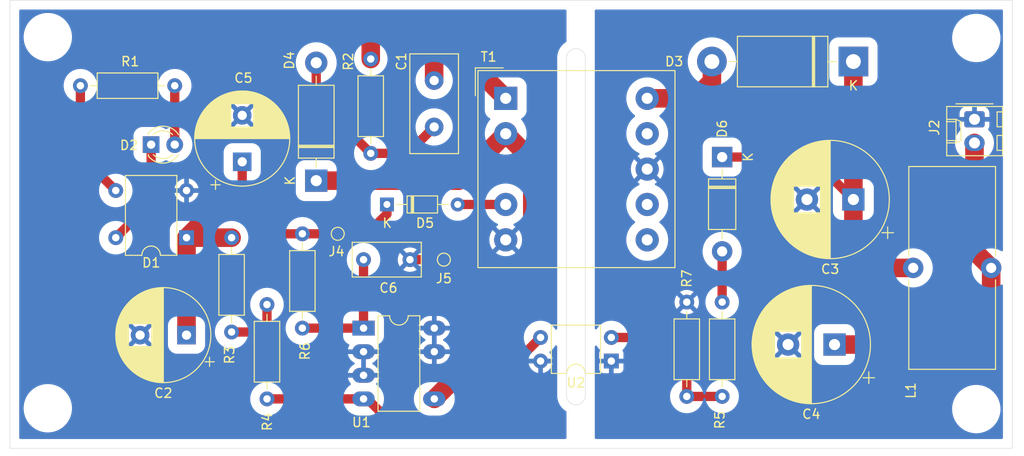
<source format=kicad_pcb>
(kicad_pcb (version 20211014) (generator pcbnew)
  (layers (0 "F.Cu" signal) (31 "B.Cu" signal) (34 "B.Paste" user) (35 "F.Paste" user) (36 "B.SilkS" user "B.Silkscreen") (37 "F.SilkS" user "F.Silkscreen") (38 "B.Mask" user) (39 "F.Mask" user) (44 "Edge.Cuts" user))
  (net 0 "")
  (net 1 "GND")
  (net 2 "Net-(R4-Pad1)")
  (net 3 "Net-(C3-Pad1)")
  (net 4 "Net-(C4-Pad1)")
  (net 5 "Net-(D4-Pad1)")
  (net 6 "Net-(D6-Pad2)")
  (net 7 "Net-(R3-Pad1)")
  (net 8 "Net-(D3-Pad2)")
  (net 9 "Net-(D5-Pad2)")
  (net 10 "Net-(C5-Pad1)")
  (net 11 "Net-(D2-Pad2)")
  (net 12 "Net-(D1-Pad3)")
  (net 13 "Net-(C1-Pad2)")
  (net 14 "Net-(C1-Pad1)")
  (net 15 "Net-(R5-Pad1)")
  (net 16 "Net-(C6-Pad1)")
  (net 17 "Net-(C3-Pad2)")
  (net 18 "Net-(D1-Pad4)")
  (footprint "Package_DIP:PowerIntegrations_PDIP-8B" (layer "F.Cu") (at 90.155 89.672)
    (fp_text reference "U1" (at -0.239 10.15) (layer "F.SilkS"))
    (fp_text value "TNY267P")
    (pad "1" thru_hole rect (at 0 0) (size 2.4 1.6) (drill 0.8) (layers *.Cu *.Mask) (net 16 "Net-(C6-Pad1)"))
    (pad "2" thru_hole oval (at 0 2.54) (size 2.4 1.6) (drill 0.8) (layers *.Cu *.Mask) (net 1 "GND"))
    (pad "3" thru_hole oval (at 0 5.08) (size 2.4 1.6) (drill 0.8) (layers *.Cu *.Mask) (net 1 "GND"))
    (pad "4" thru_hole oval (at 0 7.62) (size 2.4 1.6) (drill 0.8) (layers *.Cu *.Mask) (net 2 "Net-(R4-Pad1)"))
    (pad "5" thru_hole oval (at 7.62 7.62) (size 2.4 1.6) (drill 0.8) (layers *.Cu *.Mask) (net 5 "Net-(D4-Pad1)"))
    (pad "7" thru_hole oval (at 7.62 2.54) (size 2.4 1.6) (drill 0.8) (layers *.Cu *.Mask) (net 1 "GND"))
    (pad "8" thru_hole oval (at 7.62 0) (size 2.4 1.6) (drill 0.8) (layers *.Cu *.Mask) (net 1 "GND"))
  )
  (footprint "Capacitor_THT:CP_Radial_D12.5mm_P5.00mm" (layer "F.Cu") (at 142.912959 75.819 180)
    (fp_text reference "C3" (at 2.5 -7.5) (layer "F.SilkS"))
    (fp_text value "1000u@10V")
    (pad "1" thru_hole rect (at 0 0 180) (size 2.4 2.4) (drill 1.2) (layers *.Cu *.Mask) (net 3 "Net-(C3-Pad1)"))
    (pad "2" thru_hole circle (at 5 0 180) (size 2.4 2.4) (drill 1.2) (layers *.Cu *.Mask) (net 17 "Net-(C3-Pad2)"))
  )
  (footprint "Capacitor_THT:CP_Radial_D12.5mm_P5.00mm" (layer "F.Cu") (at 140.880959 91.44 180)
    (fp_text reference "C4" (at 2.5 -7.5) (layer "F.SilkS"))
    (fp_text value "1000u@10V")
    (pad "1" thru_hole rect (at 0 0 180) (size 2.4 2.4) (drill 1.2) (layers *.Cu *.Mask) (net 4 "Net-(C4-Pad1)"))
    (pad "2" thru_hole circle (at 5 0 180) (size 2.4 2.4) (drill 1.2) (layers *.Cu *.Mask) (net 17 "Net-(C3-Pad2)"))
  )
  (footprint "Diode_THT:Diode_Bridge_DIP-4_W7.62mm_P5.08mm" (layer "F.Cu") (at 71.09 79.93 180)
    (fp_text reference "D1" (at 3.8 -2.7) (layer "F.SilkS"))
    (fp_text value "DF04M")
    (pad "1" thru_hole rect (at 0 0 180) (size 1.6 1.6) (drill 0.8) (layers *.Cu *.Mask) (net 14 "Net-(C1-Pad1)"))
    (pad "2" thru_hole oval (at 0 5.08 180) (size 1.6 1.6) (drill 0.8) (layers *.Cu *.Mask) (net 1 "GND"))
    (pad "3" thru_hole oval (at 7.62 5.08 180) (size 1.6 1.6) (drill 0.8) (layers *.Cu *.Mask) (net 12 "Net-(D1-Pad3)"))
    (pad "4" thru_hole oval (at 7.62 0 180) (size 1.6 1.6) (drill 0.8) (layers *.Cu *.Mask) (net 18 "Net-(D1-Pad4)"))
  )
  (footprint "Package_DIP:DIP-4_W7.62mm" (layer "F.Cu") (at 116.84 93.218 180)
    (fp_text reference "U2" (at 3.81 -2.33) (layer "F.SilkS"))
    (fp_text value "PC817")
    (pad "1" thru_hole rect (at 0 0 180) (size 1.6 1.6) (drill 0.8) (layers *.Cu *.Mask) (net 17 "Net-(C3-Pad2)"))
    (pad "2" thru_hole oval (at 0 2.54 180) (size 1.6 1.6) (drill 0.8) (layers *.Cu *.Mask) (net 15 "Net-(R5-Pad1)"))
    (pad "3" thru_hole oval (at 7.62 2.54 180) (size 1.6 1.6) (drill 0.8) (layers *.Cu *.Mask) (net 2 "Net-(R4-Pad1)"))
    (pad "4" thru_hole oval (at 7.62 0 180) (size 1.6 1.6) (drill 0.8) (layers *.Cu *.Mask) (net 1 "GND"))
  )
  (footprint "LED_THT:LED_D3.0mm" (layer "F.Cu") (at 67.28 69.91)
    (fp_text reference "D2" (at -2.383 0.067) (layer "F.SilkS"))
    (fp_text value "LED")
    (pad "1" thru_hole rect (at 0 0) (size 1.8 1.8) (drill 0.9) (layers *.Cu *.Mask) (net 18 "Net-(D1-Pad4)"))
    (pad "2" thru_hole circle (at 2.54 0) (size 1.8 1.8) (drill 0.9) (layers *.Cu *.Mask) (net 11 "Net-(D2-Pad2)"))
  )
  (footprint "Diode_THT:D_DO-201AD_P15.24mm_Horizontal" (layer "F.Cu") (at 142.912959 60.96 180)
    (fp_text reference "D3" (at 19.304 0) (layer "F.SilkS"))
    (fp_text value "1N5822")
    (fp_text user "K" (at 0 -2.6) (layer "F.SilkS"))
    (pad "1" thru_hole rect (at 0 0 180) (size 3.2 3.2) (drill 1.6) (layers *.Cu *.Mask) (net 3 "Net-(C3-Pad1)"))
    (pad "2" thru_hole oval (at 15.24 0 180) (size 3.2 3.2) (drill 1.6) (layers *.Cu *.Mask) (net 8 "Net-(D3-Pad2)"))
  )
  (footprint "Diode_THT:D_DO-15_P12.70mm_Horizontal" (layer "F.Cu") (at 85.06 73.787 90)
    (fp_text reference "D4" (at 12.954 -2.891 90) (layer "F.SilkS"))
    (fp_text value "1N4005")
    (fp_text user "K" (at 0 -2.824 90) (layer "F.SilkS"))
    (pad "1" thru_hole rect (at 0 0 90) (size 2.4 2.4) (drill 1.2) (layers *.Cu *.Mask) (net 5 "Net-(D4-Pad1)"))
    (pad "2" thru_hole oval (at 12.7 0 90) (size 2.4 2.4) (drill 1.2) (layers *.Cu *.Mask) (net 13 "Net-(C1-Pad2)"))
  )
  (footprint "Diode_THT:D_DO-34_SOD68_P7.62mm_Horizontal" (layer "F.Cu") (at 92.675 76.3525)
    (fp_text reference "D5" (at 4.099 2.0065) (layer "F.SilkS"))
    (fp_text value "1N4148")
    (fp_text user "K" (at 0.035 2.0065) (layer "F.SilkS"))
    (pad "1" thru_hole rect (at 0 0) (size 1.5 1.5) (drill 0.75) (layers *.Cu *.Mask) (net 10 "Net-(C5-Pad1)"))
    (pad "2" thru_hole oval (at 7.62 0) (size 1.5 1.5) (drill 0.75) (layers *.Cu *.Mask) (net 9 "Net-(D5-Pad2)"))
  )
  (footprint "Diode_THT:D_DO-41_SOD81_P10.16mm_Horizontal" (layer "F.Cu") (at 128.778 71.247 -90)
    (fp_text reference "D6" (at -3.048 0 90) (layer "F.SilkS"))
    (fp_text value "3V9")
    (fp_text user "K" (at 0 -2.794 90) (layer "F.SilkS"))
    (pad "1" thru_hole rect (at 0 0 270) (size 2.2 2.2) (drill 1.1) (layers *.Cu *.Mask) (net 3 "Net-(C3-Pad1)"))
    (pad "2" thru_hole oval (at 10.16 0 270) (size 2.2 2.2) (drill 1.1) (layers *.Cu *.Mask) (net 6 "Net-(D6-Pad2)"))
  )
  (footprint "Resistor_THT:R_Axial_DIN0207_L6.3mm_D2.5mm_P10.16mm_Horizontal" (layer "F.Cu") (at 69.82 63.56 180)
    (fp_text reference "R1" (at 4.796 2.6) (layer "F.SilkS"))
    (fp_text value "100k")
    (pad "1" thru_hole circle (at 0 0 180) (size 1.6 1.6) (drill 0.8) (layers *.Cu *.Mask) (net 11 "Net-(D2-Pad2)"))
    (pad "2" thru_hole oval (at 10.16 0 180) (size 1.6 1.6) (drill 0.8) (layers *.Cu *.Mask) (net 12 "Net-(D1-Pad3)"))
  )
  (footprint "Resistor_THT:R_Axial_DIN0207_L6.3mm_D2.5mm_P10.16mm_Horizontal" (layer "F.Cu") (at 90.932 70.847 90)
    (fp_text reference "R2" (at 9.887 -2.413 90) (layer "F.SilkS"))
    (fp_text value "200k")
    (pad "1" thru_hole circle (at 0 0 90) (size 1.6 1.6) (drill 0.8) (layers *.Cu *.Mask) (net 13 "Net-(C1-Pad2)"))
    (pad "2" thru_hole oval (at 10.16 0 90) (size 1.6 1.6) (drill 0.8) (layers *.Cu *.Mask) (net 14 "Net-(C1-Pad1)"))
  )
  (footprint "Resistor_THT:R_Axial_DIN0207_L6.3mm_D2.5mm_P10.16mm_Horizontal" (layer "F.Cu") (at 75.946 90.09 90)
    (fp_text reference "R3" (at -2.48 -0.224 90) (layer "F.SilkS"))
    (fp_text value "1M")
    (pad "1" thru_hole circle (at 0 0 90) (size 1.6 1.6) (drill 0.8) (layers *.Cu *.Mask) (net 7 "Net-(R3-Pad1)"))
    (pad "2" thru_hole oval (at 10.16 0 90) (size 1.6 1.6) (drill 0.8) (layers *.Cu *.Mask) (net 14 "Net-(C1-Pad1)"))
  )
  (footprint "Resistor_THT:R_Axial_DIN0207_L6.3mm_D2.5mm_P10.16mm_Horizontal" (layer "F.Cu") (at 79.756 97.292 90)
    (fp_text reference "R4" (at -2.48 0.03 90) (layer "F.SilkS"))
    (fp_text value "1M")
    (pad "1" thru_hole circle (at 0 0 90) (size 1.6 1.6) (drill 0.8) (layers *.Cu *.Mask) (net 2 "Net-(R4-Pad1)"))
    (pad "2" thru_hole oval (at 10.16 0 90) (size 1.6 1.6) (drill 0.8) (layers *.Cu *.Mask) (net 7 "Net-(R3-Pad1)"))
  )
  (footprint "Resistor_THT:R_Axial_DIN0207_L6.3mm_D2.5mm_P10.16mm_Horizontal" (layer "F.Cu") (at 128.778 97.028 90)
    (fp_text reference "R5" (at -2.54 -0.254 90) (layer "F.SilkS"))
    (fp_text value "59R")
    (pad "1" thru_hole circle (at 0 0 90) (size 1.6 1.6) (drill 0.8) (layers *.Cu *.Mask) (net 15 "Net-(R5-Pad1)"))
    (pad "2" thru_hole oval (at 10.16 0 90) (size 1.6 1.6) (drill 0.8) (layers *.Cu *.Mask) (net 6 "Net-(D6-Pad2)"))
  )
  (footprint "Resistor_THT:R_Axial_DIN0207_L6.3mm_D2.5mm_P10.16mm_Horizontal" (layer "F.Cu") (at 83.566 89.672 90)
    (fp_text reference "R6" (at -2.48 0.284 90) (layer "F.SilkS"))
    (fp_text value "10k")
    (pad "1" thru_hole circle (at 0 0 90) (size 1.6 1.6) (drill 0.8) (layers *.Cu *.Mask) (net 16 "Net-(C6-Pad1)"))
    (pad "2" thru_hole oval (at 10.16 0 90) (size 1.6 1.6) (drill 0.8) (layers *.Cu *.Mask) (net 10 "Net-(C5-Pad1)"))
  )
  (footprint "Resistor_THT:R_Axial_DIN0207_L6.3mm_D2.5mm_P10.16mm_Horizontal" (layer "F.Cu") (at 124.968 86.868 -90)
    (fp_text reference "R7" (at -2.54 0 90) (layer "F.SilkS"))
    (fp_text value "680R")
    (pad "1" thru_hole circle (at 0 0 270) (size 1.6 1.6) (drill 0.8) (layers *.Cu *.Mask) (net 17 "Net-(C3-Pad2)"))
    (pad "2" thru_hole oval (at 10.16 0 270) (size 1.6 1.6) (drill 0.8) (layers *.Cu *.Mask) (net 15 "Net-(R5-Pad1)"))
  )
  (footprint "TestPoint:TestPoint_Pad_D1.0mm" (layer "F.Cu") (at 87.376 79.512)
    (fp_text reference "J4" (at -0.127 1.905) (layer "F.SilkS"))
    (fp_text value "12VDC")
    (pad "1" smd circle (at 0 0) (size 1 1) (layers "F.Cu" "F.Mask") (net 10 "Net-(C5-Pad1)"))
  )
  (footprint "TestPoint:TestPoint_Pad_D1.0mm" (layer "F.Cu") (at 98.806 82.296)
    (fp_text reference "J5" (at 0 2.032) (layer "F.SilkS"))
    (fp_text value "0VDC")
    (pad "1" smd circle (at 0 0) (size 1 1) (layers "F.Cu" "F.Mask") (net 1 "GND"))
  )
  (footprint "Transformer_THT:Transformer_Myrra_EF20_7408x" (layer "F.Cu") (at 105.4675 64.9225)
    (fp_text reference "T1" (at -1.8355 -4.4705) (layer "F.SilkS"))
    (fp_text value "EE22")
    (pad "1" thru_hole rect (at 0 0) (size 2.5 2.5) (drill 1.2) (layers *.Cu *.Mask) (net 14 "Net-(C1-Pad1)"))
    (pad "2" thru_hole circle (at 0 3.81) (size 2.5 2.5) (drill 1.2) (layers *.Cu *.Mask) (net 5 "Net-(D4-Pad1)"))
    (pad "4" thru_hole circle (at 0 11.43) (size 2.5 2.5) (drill 1.2) (layers *.Cu *.Mask) (net 9 "Net-(D5-Pad2)"))
    (pad "5" thru_hole circle (at 0 15.24) (size 2.5 2.5) (drill 1.2) (layers *.Cu *.Mask) (net 1 "GND"))
    (pad "6" thru_hole circle (at 15.24 15.24) (size 2.5 2.5) (drill 1.2) (layers *.Cu *.Mask))
    (pad "7" thru_hole circle (at 15.24 11.43) (size 2.5 2.5) (drill 1.2) (layers *.Cu *.Mask))
    (pad "8" thru_hole circle (at 15.24 7.62) (size 2.5 2.5) (drill 1.2) (layers *.Cu *.Mask) (net 17 "Net-(C3-Pad2)"))
    (pad "9" thru_hole circle (at 15.24 3.81) (size 2.5 2.5) (drill 1.2) (layers *.Cu *.Mask))
    (pad "10" thru_hole circle (at 15.24 0) (size 2.5 2.5) (drill 1.2) (layers *.Cu *.Mask) (net 8 "Net-(D3-Pad2)"))
  )
  (footprint "MountingHole:MountingHole_3.2mm_M3" (layer "F.Cu") (at 56.15 98.3)
    (fp_text reference "Hm3" hide)
    (fp_text value "MountingHole")
    (pad "" np_thru_hole circle (at 0 0) (size 3.2 3.2) (drill 3.2) (layers *.Cu *.Mask))
  )
  (footprint "Inductor_THT:L_Toroid_Vertical_L21.6mm_W9.1mm_P8.40mm_Bourns_5700" (layer "F.Cu") (at 149.352 83.185 90)
    (fp_text reference "L1" (at -13.208 -0.254 90) (layer "F.SilkS"))
    (fp_text value "10u@3A")
    (pad "1" thru_hole circle (at 0 0 90) (size 2.2 2.2) (drill 1.1) (layers *.Cu *.Mask) (net 3 "Net-(C3-Pad1)"))
    (pad "2" thru_hole circle (at 0 8.4 90) (size 2.2 2.2) (drill 1.1) (layers *.Cu *.Mask) (net 4 "Net-(C4-Pad1)"))
  )
  (footprint "Capacitor_THT:CP_Radial_D10.0mm_P5.00mm" (layer "F.Cu") (at 77.089 71.755 90)
    (fp_text reference "C5" (at 9.017 0.127 180) (layer "F.SilkS"))
    (fp_text value "100u@35V")
    (pad "1" thru_hole rect (at 0 0 90) (size 2 2) (drill 1) (layers *.Cu *.Mask) (net 10 "Net-(C5-Pad1)"))
    (pad "2" thru_hole circle (at 5 0 90) (size 2 2) (drill 1) (layers *.Cu *.Mask) (net 1 "GND"))
  )
  (footprint "Capacitor_THT:C_Disc_D10.5mm_W5.0mm_P5.00mm" (layer "F.Cu") (at 97.76 63.0045 -90)
    (fp_text reference "C1" (at -2.0445 3.526 90) (layer "F.SilkS"))
    (fp_text value "2.2u@1kV")
    (pad "1" thru_hole circle (at 0 0 270) (size 2 2) (drill 1) (layers *.Cu *.Mask) (net 14 "Net-(C1-Pad1)"))
    (pad "2" thru_hole circle (at 5 0 270) (size 2 2) (drill 1) (layers *.Cu *.Mask) (net 13 "Net-(C1-Pad2)"))
  )
  (footprint "Capacitor_THT:C_Rect_L7.2mm_W3.5mm_P5.00mm_FKS2_FKP2_MKS2_MKP2" (layer "F.Cu") (at 90.155 82.296)
    (fp_text reference "C6" (at 2.682 3.048) (layer "F.SilkS"))
    (fp_text value "0.1uF/50V")
    (pad "1" thru_hole circle (at 0 0) (size 1.6 1.6) (drill 0.8) (layers *.Cu *.Mask) (net 16 "Net-(C6-Pad1)"))
    (pad "2" thru_hole circle (at 5 0) (size 1.6 1.6) (drill 0.8) (layers *.Cu *.Mask) (net 1 "GND"))
  )
  (footprint "MountingHole:MountingHole_3.2mm_M3" (layer "F.Cu") (at 56.15 58.33)
    (fp_text reference "Hm1" hide)
    (fp_text value "MountingHole")
    (pad "" np_thru_hole circle (at 0 0) (size 3.2 3.2) (drill 3.2) (layers *.Cu *.Mask))
  )
  (footprint "Capacitor_THT:CP_Radial_D10.0mm_P5.00mm" (layer "F.Cu") (at 71.09 90.424 180)
    (fp_text reference "C2" (at 2.5 -6.25) (layer "F.SilkS"))
    (fp_text value "47u@400V")
    (pad "1" thru_hole rect (at 0 0 180) (size 2 2) (drill 1) (layers *.Cu *.Mask) (net 14 "Net-(C1-Pad1)"))
    (pad "2" thru_hole circle (at 5 0 180) (size 2 2) (drill 1) (layers *.Cu *.Mask) (net 1 "GND"))
  )
  (footprint "Connector_Molex:Molex_KK-254_AE-6410-02A_1x02_P2.54mm_Vertical" (layer "F.Cu") (at 155.956 67.183 -90)
    (fp_text reference "J2" (at 0.889 4.318 90) (layer "F.SilkS"))
    (fp_text value "DC_OUT")
    (pad "1" thru_hole roundrect (at 0 0 270) (size 1.74 2.19) (drill 1.19) (layers *.Cu *.Mask) (roundrect_rratio 0.143678) (net 17 "Net-(C3-Pad2)"))
    (pad "2" thru_hole oval (at 2.54 0 270) (size 1.74 2.19) (drill 1.19) (layers *.Cu *.Mask) (net 4 "Net-(C4-Pad1)"))
  )
  (footprint "MountingHole:MountingHole_3.2mm_M3" (layer "F.Cu") (at 156.15 98.42)
    (fp_text reference "Hm2" hide)
    (fp_text value "MountingHole")
    (pad "" np_thru_hole circle (at 0 -0.03) (size 3.2 3.2) (drill 3.2) (layers F&B.Cu *.Mask))
  )
  (footprint "MountingHole:MountingHole_3.2mm_M3" (layer "F.Cu") (at 156.15 58.42)
    (fp_text reference "Hm4" hide)
    (fp_text value "MountingHole")
    (pad "" np_thru_hole circle (at 0 0) (size 3.2 3.2) (drill 3.2) (layers *.Cu *.Mask))
  )
  (gr_rect (start 52.07 54.356) (end 160.02 102.616) (layer "Edge.Cuts") (width 0.05) (fill none))
  (gr_arc (start 112.014 60.579) (mid 113.03 59.563) (end 114.046 60.579) (layer "Edge.Cuts") (width 0.05))
  (gr_arc (start 114.046 96.901) (mid 113.03 97.917) (end 112.014 96.901) (layer "Edge.Cuts") (width 0.05))
  (gr_line (start 114.046 60.579) (end 114.046 96.901) (layer "Edge.Cuts") (width 0.05))
  (gr_line (start 112.014 60.579) (end 112.014 96.901) (layer "Edge.Cuts") (width 0.05))
  (segment (start 95.155 82.296) (end 98.806 82.296) (width 1) (layer "F.Cu") (net 1))
  (segment (start 79.756 97.292) (end 90.155 97.292) (width 1) (layer "F.Cu") (net 2))
  (segment (start 93.466 100.203) (end 99.695 100.203) (width 1) (layer "F.Cu") (net 2))
  (segment (start 90.155 97.292) (end 90.555 97.292) (width 1) (layer "F.Cu") (net 2))
  (segment (start 90.555 97.292) (end 93.466 100.203) (width 1) (layer "F.Cu") (net 2))
  (segment (start 99.695 100.203) (end 109.22 90.678) (width 1) (layer "F.Cu") (net 2))
  (segment (start 142.912959 79.845041) (end 142.912959 75.819) (width 2) (layer "F.Cu") (net 3))
  (segment (start 149.352 83.185) (end 146.177 83.185) (width 2) (layer "F.Cu") (net 3))
  (segment (start 142.875 79.883) (end 142.912959 79.845041) (width 2) (layer "F.Cu") (net 3))
  (segment (start 146.177 83.185) (end 142.875 79.883) (width 2) (layer "F.Cu") (net 3))
  (segment (start 128.778 71.247) (end 138.340959 71.247) (width 1) (layer "F.Cu") (net 3))
  (segment (start 138.340959 71.247) (end 142.912959 75.819) (width 1) (layer "F.Cu") (net 3))
  (segment (start 142.912959 60.96) (end 142.912959 75.819) (width 2) (layer "F.Cu") (net 3))
  (segment (start 155.956 81.389) (end 157.752 83.185) (width 2) (layer "F.Cu") (net 4))
  (segment (start 154.178 91.44) (end 157.752 87.866) (width 2) (layer "F.Cu") (net 4))
  (segment (start 140.880959 91.44) (end 154.178 91.44) (width 2) (layer "F.Cu") (net 4))
  (segment (start 155.956 69.723) (end 155.956 81.389) (width 2) (layer "F.Cu") (net 4))
  (segment (start 157.752 87.866) (end 157.752 83.185) (width 2) (layer "F.Cu") (net 4))
  (segment (start 108.331 86.736) (end 108.331 71.596) (width 2) (layer "F.Cu") (net 5))
  (segment (start 97.775 97.292) (end 108.331 86.736) (width 2) (layer "F.Cu") (net 5))
  (segment (start 100.413 73.787) (end 105.4675 68.7325) (width 2) (layer "F.Cu") (net 5))
  (segment (start 85.06 73.787) (end 100.413 73.787) (width 2) (layer "F.Cu") (net 5))
  (segment (start 108.331 71.596) (end 105.4675 68.7325) (width 2) (layer "F.Cu") (net 5))
  (segment (start 128.778 81.407) (end 128.778 86.868) (width 1) (layer "F.Cu") (net 6))
  (segment (start 78.693 90.09) (end 79.756 89.027) (width 1) (layer "F.Cu") (net 7))
  (segment (start 75.946 90.09) (end 78.693 90.09) (width 1) (layer "F.Cu") (net 7))
  (segment (start 79.756 89.027) (end 79.756 87.132) (width 1) (layer "F.Cu") (net 7))
  (segment (start 120.7075 64.9225) (end 125.8315 64.9225) (width 2) (layer "F.Cu") (net 8))
  (segment (start 125.8315 64.9225) (end 127.672959 63.081041) (width 2) (layer "F.Cu") (net 8))
  (segment (start 127.672959 63.081041) (end 127.672959 60.96) (width 2) (layer "F.Cu") (net 8))
  (segment (start 105.4675 76.3525) (end 100.295 76.3525) (width 1) (layer "F.Cu") (net 9))
  (segment (start 81.036 79.512) (end 83.566 79.512) (width 1) (layer "F.Cu") (net 10))
  (segment (start 92.675 77.378) (end 92.675 76.3525) (width 1) (layer "F.Cu") (net 10))
  (segment (start 90.541 79.512) (end 92.675 77.378) (width 1) (layer "F.Cu") (net 10))
  (segment (start 77.089 75.565) (end 81.036 79.512) (width 1) (layer "F.Cu") (net 10))
  (segment (start 83.566 79.512) (end 87.376 79.512) (width 1) (layer "F.Cu") (net 10))
  (segment (start 77.089 71.755) (end 77.089 75.565) (width 1) (layer "F.Cu") (net 10))
  (segment (start 87.376 79.512) (end 90.541 79.512) (width 1) (layer "F.Cu") (net 10))
  (segment (start 69.82 63.56) (end 69.82 69.91) (width 1) (layer "F.Cu") (net 11))
  (segment (start 59.66 71.04) (end 63.47 74.85) (width 1) (layer "F.Cu") (net 12))
  (segment (start 59.66 63.56) (end 59.66 71.04) (width 1) (layer "F.Cu") (net 12))
  (segment (start 85.06 64.975) (end 90.932 70.847) (width 1) (layer "F.Cu") (net 13))
  (segment (start 90.932 70.847) (end 94.9175 70.847) (width 1) (layer "F.Cu") (net 13))
  (segment (start 94.9175 70.847) (end 97.76 68.0045) (width 1) (layer "F.Cu") (net 13))
  (segment (start 85.06 61.087) (end 85.06 64.975) (width 1) (layer "F.Cu") (net 13))
  (segment (start 75.946 57.023) (end 90.805 57.023) (width 2) (layer "F.Cu") (net 14))
  (segment (start 97.568 57.023) (end 105.4675 64.9225) (width 2) (layer "F.Cu") (net 14))
  (segment (start 97.76 57.215) (end 97.568 57.023) (width 2) (layer "F.Cu") (net 14))
  (segment (start 90.932 60.687) (end 90.932 57.15) (width 2) (layer "F.Cu") (net 14))
  (segment (start 71.09 79.93) (end 73.406 77.614) (width 2) (layer "F.Cu") (net 14))
  (segment (start 90.805 57.023) (end 97.568 57.023) (width 2) (layer "F.Cu") (net 14))
  (segment (start 97.76 63.0045) (end 97.76 57.215) (width 2) (layer "F.Cu") (net 14))
  (segment (start 71.09 79.93) (end 75.946 79.93) (width 2) (layer "F.Cu") (net 14))
  (segment (start 90.932 57.15) (end 90.805 57.023) (width 2) (layer "F.Cu") (net 14))
  (segment (start 73.406 77.614) (end 73.406 59.563) (width 2) (layer "F.Cu") (net 14))
  (segment (start 71.09 90.424) (end 71.09 79.93) (width 2) (layer "F.Cu") (net 14))
  (segment (start 73.406 59.563) (end 75.946 57.023) (width 2) (layer "F.Cu") (net 14))
  (segment (start 116.84 90.678) (end 121.412 90.678) (width 1) (layer "F.Cu") (net 15))
  (segment (start 121.412 90.678) (end 124.968 94.234) (width 1) (layer "F.Cu") (net 15))
  (segment (start 128.778 97.028) (end 124.968 97.028) (width 1) (layer "F.Cu") (net 15))
  (segment (start 124.968 94.234) (end 124.968 97.028) (width 1) (layer "F.Cu") (net 15))
  (segment (start 90.155 82.296) (end 90.155 89.672) (width 1) (layer "F.Cu") (net 16))
  (segment (start 83.566 89.672) (end 90.155 89.672) (width 1) (layer "F.Cu") (net 16))
  (segment (start 67.28 76.12) (end 67.28 69.91) (width 1) (layer "F.Cu") (net 18))
  (segment (start 63.47 79.93) (end 67.28 76.12) (width 1) (layer "F.Cu") (net 18))
  (zone (net 17) (net_name "Net-(C3-Pad2)") (layer "B.Cu") (connect_pads (clearance 1)) (min_thickness 0.254) (fill yes (thermal_gap 0.508) (thermal_bridge_width 0.508) (smoothing fillet) (radius 0.5))
    (polygon (pts (xy 160.02 102.616) (xy 115.062 102.616) (xy 115.062 54.356) (xy 160.02 54.356)))
  )
  (zone (net 1) (net_name "GND") (layer "B.Cu") (connect_pads (clearance 1)) (min_thickness 0.254) (fill yes (thermal_gap 0.508) (thermal_bridge_width 0.508) (smoothing fillet) (radius 0.5))
    (polygon (pts (xy 112.014 102.616) (xy 52.07 102.616) (xy 52.07 54.356) (xy 112.014 54.356)))
  )
)
</source>
